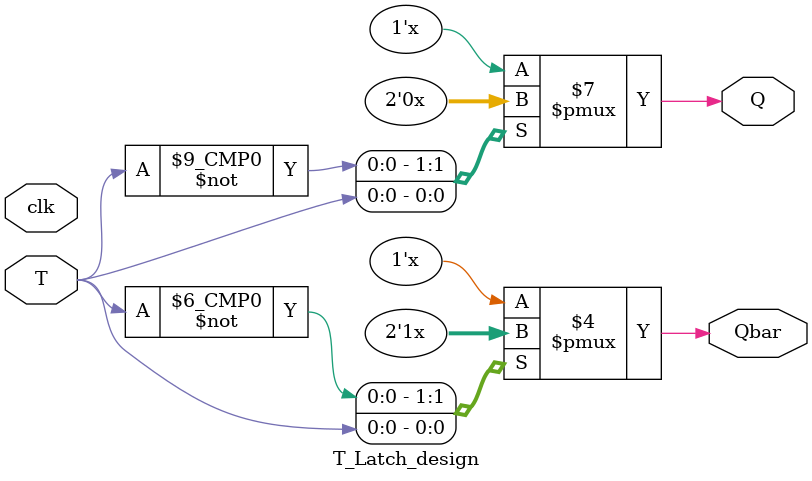
<source format=v>
`timescale 1ns / 1ps


module T_Latch_design(
    input T,clk,
    output reg Q,Qbar);
    // The outputs from Nand and Nor Gates are Similar
        always @(*)begin
            case (T)
                1'b0: begin
                        Q = 0; Qbar = 1;
                       end
                1'b1: begin
                        Q = ~Q; Qbar = ~Qbar;
                      end
            endcase
        end
endmodule

</source>
